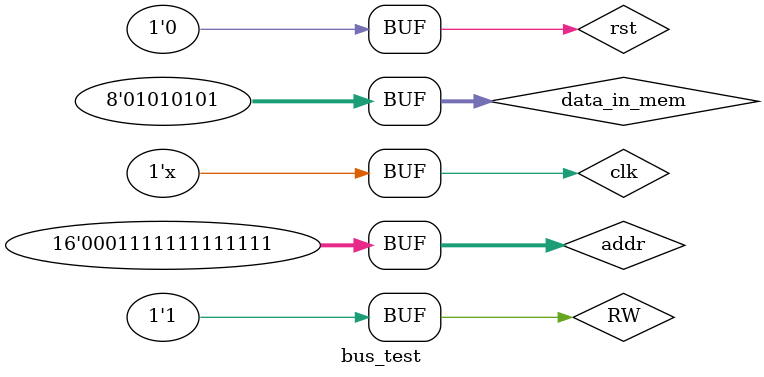
<source format=v>
`timescale 1ns / 1ps


module bus_test;

	// System CLK
	wire phi_0;
	wire fdc_clk;

	// Inputs
	reg clk;
	reg rst;
	reg [15:0] addr;
	reg [7:0] data_in_mem;
	reg RW;

	// Outputs
	wire [7:0] data_out_mem;

	// Instantiate the Unit Under Test (UUT)
	SRAM_8K sram_uut (
		.clk(clk), 
		.addr(addr[12:0]), 
		.data_in(data_in_mem), 
		.data_out(data_out_mem), 
		.rw(RW && phi_0), 				//WE signal sync (U6)
		.en(addr[15:13]==3'b000)		//address range: $0000-$1FFF (U6)
	);

	// Instantiate the Unit Under Test (UUT)
	ROM_23256 rom_uut (
		.clk(clk), 
		.addr(addr), 
		.data(data_out_mem), 
		.oe(RW && addr[15])				//address range: $8000-$FFFF (U7)
	);

	// Instantiate the Unit Under Test (UUT)
	clock_gen clk_uut (
		.clk(clk), 
		.rst(rst), 
		.phi_0(phi_0), 
		.fdc_clk(fdc_clk)
	);

	always #5
		clk = ~clk;

	initial begin
		// Initialize Inputs
		rst = 1;
		clk = 0;
		addr = 0;
		data_in_mem = 0;
		RW = 0;

		// Wait 100 ns for global reset to finish
		#100;

		// Add stimulus here
		rst = 0;
		
		#20;
		RW = 1;
		addr = 16'h8000;
		
		#20;
		addr = 16'hFFFE;
		
		#20;
		RW = 0;
		data_in_mem = 8'hAA;
		addr = 16'h0000;
		
		#120;
		RW = 1;
		
		#80;
		data_in_mem = 8'h55;
		addr = 16'h1FFF;
	end
      
endmodule


</source>
